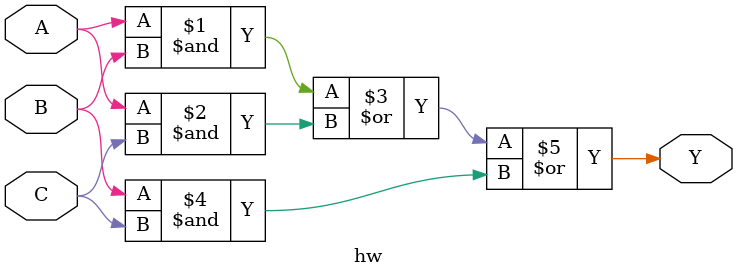
<source format=v>
`timescale 1ns / 1ps
module hw (
    input  A,B,C,
    output Y
);
    assign Y = (A & B) | (A & C) | (B & C);
endmodule





























</source>
